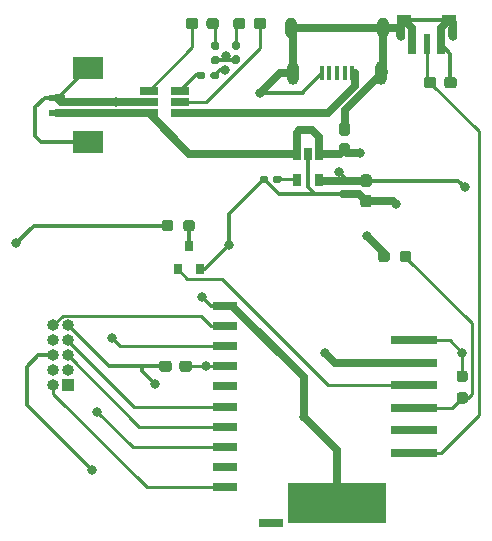
<source format=gbr>
G04 #@! TF.GenerationSoftware,KiCad,Pcbnew,(5.1.8-0-10_14)*
G04 #@! TF.CreationDate,2021-02-03T00:58:45+08:00*
G04 #@! TF.ProjectId,mops-out,6d6f7073-2d6f-4757-942e-6b696361645f,rev?*
G04 #@! TF.SameCoordinates,Original*
G04 #@! TF.FileFunction,Copper,L1,Top*
G04 #@! TF.FilePolarity,Positive*
%FSLAX46Y46*%
G04 Gerber Fmt 4.6, Leading zero omitted, Abs format (unit mm)*
G04 Created by KiCad (PCBNEW (5.1.8-0-10_14)) date 2021-02-03 00:58:45*
%MOMM*%
%LPD*%
G01*
G04 APERTURE LIST*
G04 #@! TA.AperFunction,ComponentPad*
%ADD10O,1.000000X1.800000*%
G04 #@! TD*
G04 #@! TA.AperFunction,ComponentPad*
%ADD11O,1.000000X2.000000*%
G04 #@! TD*
G04 #@! TA.AperFunction,SMDPad,CuDef*
%ADD12R,0.450000X1.300000*%
G04 #@! TD*
G04 #@! TA.AperFunction,SMDPad,CuDef*
%ADD13R,0.800000X0.900000*%
G04 #@! TD*
G04 #@! TA.AperFunction,SMDPad,CuDef*
%ADD14R,2.599995X1.899996*%
G04 #@! TD*
G04 #@! TA.AperFunction,SMDPad,CuDef*
%ADD15R,1.399997X0.599999*%
G04 #@! TD*
G04 #@! TA.AperFunction,SMDPad,CuDef*
%ADD16R,0.650000X1.060000*%
G04 #@! TD*
G04 #@! TA.AperFunction,SMDPad,CuDef*
%ADD17R,1.560000X0.650000*%
G04 #@! TD*
G04 #@! TA.AperFunction,SMDPad,CuDef*
%ADD18R,8.400034X3.499866*%
G04 #@! TD*
G04 #@! TA.AperFunction,SMDPad,CuDef*
%ADD19R,1.999996X0.800100*%
G04 #@! TD*
G04 #@! TA.AperFunction,SMDPad,CuDef*
%ADD20R,3.999992X0.800100*%
G04 #@! TD*
G04 #@! TA.AperFunction,ComponentPad*
%ADD21O,1.000000X1.000000*%
G04 #@! TD*
G04 #@! TA.AperFunction,ComponentPad*
%ADD22R,1.000000X1.000000*%
G04 #@! TD*
G04 #@! TA.AperFunction,ComponentPad*
%ADD23O,0.762000X1.524000*%
G04 #@! TD*
G04 #@! TA.AperFunction,SMDPad,CuDef*
%ADD24R,1.299997X0.899998*%
G04 #@! TD*
G04 #@! TA.AperFunction,SMDPad,CuDef*
%ADD25R,0.750011X1.799996*%
G04 #@! TD*
G04 #@! TA.AperFunction,SMDPad,CuDef*
%ADD26R,0.599948X1.799996*%
G04 #@! TD*
G04 #@! TA.AperFunction,ViaPad*
%ADD27C,0.800000*%
G04 #@! TD*
G04 #@! TA.AperFunction,Conductor*
%ADD28C,0.650000*%
G04 #@! TD*
G04 #@! TA.AperFunction,Conductor*
%ADD29C,0.350000*%
G04 #@! TD*
G04 #@! TA.AperFunction,Conductor*
%ADD30C,0.250000*%
G04 #@! TD*
G04 APERTURE END LIST*
D10*
X133525000Y-48250000D03*
X141275000Y-48250000D03*
D11*
X133675000Y-52050000D03*
X141125000Y-52050000D03*
D12*
X136100000Y-52100000D03*
X136750000Y-52100000D03*
X137400000Y-52100000D03*
X138050000Y-52100000D03*
X138700000Y-52100000D03*
G04 #@! TA.AperFunction,SMDPad,CuDef*
G36*
G01*
X124385000Y-65237500D02*
X124385000Y-64762500D01*
G75*
G02*
X124622500Y-64525000I237500J0D01*
G01*
X125122500Y-64525000D01*
G75*
G02*
X125360000Y-64762500I0J-237500D01*
G01*
X125360000Y-65237500D01*
G75*
G02*
X125122500Y-65475000I-237500J0D01*
G01*
X124622500Y-65475000D01*
G75*
G02*
X124385000Y-65237500I0J237500D01*
G01*
G37*
G04 #@! TD.AperFunction*
G04 #@! TA.AperFunction,SMDPad,CuDef*
G36*
G01*
X122560000Y-65237500D02*
X122560000Y-64762500D01*
G75*
G02*
X122797500Y-64525000I237500J0D01*
G01*
X123297500Y-64525000D01*
G75*
G02*
X123535000Y-64762500I0J-237500D01*
G01*
X123535000Y-65237500D01*
G75*
G02*
X123297500Y-65475000I-237500J0D01*
G01*
X122797500Y-65475000D01*
G75*
G02*
X122560000Y-65237500I0J237500D01*
G01*
G37*
G04 #@! TD.AperFunction*
G04 #@! TA.AperFunction,SMDPad,CuDef*
G36*
G01*
X142705000Y-67857500D02*
X142705000Y-67382500D01*
G75*
G02*
X142942500Y-67145000I237500J0D01*
G01*
X143442500Y-67145000D01*
G75*
G02*
X143680000Y-67382500I0J-237500D01*
G01*
X143680000Y-67857500D01*
G75*
G02*
X143442500Y-68095000I-237500J0D01*
G01*
X142942500Y-68095000D01*
G75*
G02*
X142705000Y-67857500I0J237500D01*
G01*
G37*
G04 #@! TD.AperFunction*
G04 #@! TA.AperFunction,SMDPad,CuDef*
G36*
G01*
X140880000Y-67857500D02*
X140880000Y-67382500D01*
G75*
G02*
X141117500Y-67145000I237500J0D01*
G01*
X141617500Y-67145000D01*
G75*
G02*
X141855000Y-67382500I0J-237500D01*
G01*
X141855000Y-67857500D01*
G75*
G02*
X141617500Y-68095000I-237500J0D01*
G01*
X141117500Y-68095000D01*
G75*
G02*
X140880000Y-67857500I0J237500D01*
G01*
G37*
G04 #@! TD.AperFunction*
G04 #@! TA.AperFunction,SMDPad,CuDef*
G36*
G01*
X147762500Y-79105000D02*
X148237500Y-79105000D01*
G75*
G02*
X148475000Y-79342500I0J-237500D01*
G01*
X148475000Y-79842500D01*
G75*
G02*
X148237500Y-80080000I-237500J0D01*
G01*
X147762500Y-80080000D01*
G75*
G02*
X147525000Y-79842500I0J237500D01*
G01*
X147525000Y-79342500D01*
G75*
G02*
X147762500Y-79105000I237500J0D01*
G01*
G37*
G04 #@! TD.AperFunction*
G04 #@! TA.AperFunction,SMDPad,CuDef*
G36*
G01*
X147762500Y-77280000D02*
X148237500Y-77280000D01*
G75*
G02*
X148475000Y-77517500I0J-237500D01*
G01*
X148475000Y-78017500D01*
G75*
G02*
X148237500Y-78255000I-237500J0D01*
G01*
X147762500Y-78255000D01*
G75*
G02*
X147525000Y-78017500I0J237500D01*
G01*
X147525000Y-77517500D01*
G75*
G02*
X147762500Y-77280000I237500J0D01*
G01*
G37*
G04 #@! TD.AperFunction*
G04 #@! TA.AperFunction,SMDPad,CuDef*
G36*
G01*
X128990000Y-50120000D02*
X128670000Y-50120000D01*
G75*
G02*
X128510000Y-49960000I0J160000D01*
G01*
X128510000Y-49565000D01*
G75*
G02*
X128670000Y-49405000I160000J0D01*
G01*
X128990000Y-49405000D01*
G75*
G02*
X129150000Y-49565000I0J-160000D01*
G01*
X129150000Y-49960000D01*
G75*
G02*
X128990000Y-50120000I-160000J0D01*
G01*
G37*
G04 #@! TD.AperFunction*
G04 #@! TA.AperFunction,SMDPad,CuDef*
G36*
G01*
X128990000Y-51315000D02*
X128670000Y-51315000D01*
G75*
G02*
X128510000Y-51155000I0J160000D01*
G01*
X128510000Y-50760000D01*
G75*
G02*
X128670000Y-50600000I160000J0D01*
G01*
X128990000Y-50600000D01*
G75*
G02*
X129150000Y-50760000I0J-160000D01*
G01*
X129150000Y-51155000D01*
G75*
G02*
X128990000Y-51315000I-160000J0D01*
G01*
G37*
G04 #@! TD.AperFunction*
G04 #@! TA.AperFunction,SMDPad,CuDef*
G36*
G01*
X126210000Y-52130000D02*
X126210000Y-52450000D01*
G75*
G02*
X126050000Y-52610000I-160000J0D01*
G01*
X125655000Y-52610000D01*
G75*
G02*
X125495000Y-52450000I0J160000D01*
G01*
X125495000Y-52130000D01*
G75*
G02*
X125655000Y-51970000I160000J0D01*
G01*
X126050000Y-51970000D01*
G75*
G02*
X126210000Y-52130000I0J-160000D01*
G01*
G37*
G04 #@! TD.AperFunction*
G04 #@! TA.AperFunction,SMDPad,CuDef*
G36*
G01*
X127405000Y-52130000D02*
X127405000Y-52450000D01*
G75*
G02*
X127245000Y-52610000I-160000J0D01*
G01*
X126850000Y-52610000D01*
G75*
G02*
X126690000Y-52450000I0J160000D01*
G01*
X126690000Y-52130000D01*
G75*
G02*
X126850000Y-51970000I160000J0D01*
G01*
X127245000Y-51970000D01*
G75*
G02*
X127405000Y-52130000I0J-160000D01*
G01*
G37*
G04 #@! TD.AperFunction*
G04 #@! TA.AperFunction,SMDPad,CuDef*
G36*
G01*
X126920000Y-50630000D02*
X127240000Y-50630000D01*
G75*
G02*
X127400000Y-50790000I0J-160000D01*
G01*
X127400000Y-51185000D01*
G75*
G02*
X127240000Y-51345000I-160000J0D01*
G01*
X126920000Y-51345000D01*
G75*
G02*
X126760000Y-51185000I0J160000D01*
G01*
X126760000Y-50790000D01*
G75*
G02*
X126920000Y-50630000I160000J0D01*
G01*
G37*
G04 #@! TD.AperFunction*
G04 #@! TA.AperFunction,SMDPad,CuDef*
G36*
G01*
X126920000Y-49435000D02*
X127240000Y-49435000D01*
G75*
G02*
X127400000Y-49595000I0J-160000D01*
G01*
X127400000Y-49990000D01*
G75*
G02*
X127240000Y-50150000I-160000J0D01*
G01*
X126920000Y-50150000D01*
G75*
G02*
X126760000Y-49990000I0J160000D01*
G01*
X126760000Y-49595000D01*
G75*
G02*
X126920000Y-49435000I160000J0D01*
G01*
G37*
G04 #@! TD.AperFunction*
D13*
X124890000Y-66710000D03*
X125840000Y-68710000D03*
X123940000Y-68710000D03*
G04 #@! TA.AperFunction,SMDPad,CuDef*
G36*
G01*
X129650000Y-47662500D02*
X129650000Y-48137500D01*
G75*
G02*
X129412500Y-48375000I-237500J0D01*
G01*
X128837500Y-48375000D01*
G75*
G02*
X128600000Y-48137500I0J237500D01*
G01*
X128600000Y-47662500D01*
G75*
G02*
X128837500Y-47425000I237500J0D01*
G01*
X129412500Y-47425000D01*
G75*
G02*
X129650000Y-47662500I0J-237500D01*
G01*
G37*
G04 #@! TD.AperFunction*
G04 #@! TA.AperFunction,SMDPad,CuDef*
G36*
G01*
X131400000Y-47662500D02*
X131400000Y-48137500D01*
G75*
G02*
X131162500Y-48375000I-237500J0D01*
G01*
X130587500Y-48375000D01*
G75*
G02*
X130350000Y-48137500I0J237500D01*
G01*
X130350000Y-47662500D01*
G75*
G02*
X130587500Y-47425000I237500J0D01*
G01*
X131162500Y-47425000D01*
G75*
G02*
X131400000Y-47662500I0J-237500D01*
G01*
G37*
G04 #@! TD.AperFunction*
G04 #@! TA.AperFunction,SMDPad,CuDef*
G36*
G01*
X126350000Y-48137500D02*
X126350000Y-47662500D01*
G75*
G02*
X126587500Y-47425000I237500J0D01*
G01*
X127162500Y-47425000D01*
G75*
G02*
X127400000Y-47662500I0J-237500D01*
G01*
X127400000Y-48137500D01*
G75*
G02*
X127162500Y-48375000I-237500J0D01*
G01*
X126587500Y-48375000D01*
G75*
G02*
X126350000Y-48137500I0J237500D01*
G01*
G37*
G04 #@! TD.AperFunction*
G04 #@! TA.AperFunction,SMDPad,CuDef*
G36*
G01*
X124600000Y-48137500D02*
X124600000Y-47662500D01*
G75*
G02*
X124837500Y-47425000I237500J0D01*
G01*
X125412500Y-47425000D01*
G75*
G02*
X125650000Y-47662500I0J-237500D01*
G01*
X125650000Y-48137500D01*
G75*
G02*
X125412500Y-48375000I-237500J0D01*
G01*
X124837500Y-48375000D01*
G75*
G02*
X124600000Y-48137500I0J237500D01*
G01*
G37*
G04 #@! TD.AperFunction*
G04 #@! TA.AperFunction,SMDPad,CuDef*
G36*
G01*
X124055000Y-77147500D02*
X124055000Y-76672500D01*
G75*
G02*
X124292500Y-76435000I237500J0D01*
G01*
X124892500Y-76435000D01*
G75*
G02*
X125130000Y-76672500I0J-237500D01*
G01*
X125130000Y-77147500D01*
G75*
G02*
X124892500Y-77385000I-237500J0D01*
G01*
X124292500Y-77385000D01*
G75*
G02*
X124055000Y-77147500I0J237500D01*
G01*
G37*
G04 #@! TD.AperFunction*
G04 #@! TA.AperFunction,SMDPad,CuDef*
G36*
G01*
X122330000Y-77147500D02*
X122330000Y-76672500D01*
G75*
G02*
X122567500Y-76435000I237500J0D01*
G01*
X123167500Y-76435000D01*
G75*
G02*
X123405000Y-76672500I0J-237500D01*
G01*
X123405000Y-77147500D01*
G75*
G02*
X123167500Y-77385000I-237500J0D01*
G01*
X122567500Y-77385000D01*
G75*
G02*
X122330000Y-77147500I0J237500D01*
G01*
G37*
G04 #@! TD.AperFunction*
G04 #@! TA.AperFunction,SMDPad,CuDef*
G36*
G01*
X146465000Y-53127500D02*
X146465000Y-52652500D01*
G75*
G02*
X146702500Y-52415000I237500J0D01*
G01*
X147302500Y-52415000D01*
G75*
G02*
X147540000Y-52652500I0J-237500D01*
G01*
X147540000Y-53127500D01*
G75*
G02*
X147302500Y-53365000I-237500J0D01*
G01*
X146702500Y-53365000D01*
G75*
G02*
X146465000Y-53127500I0J237500D01*
G01*
G37*
G04 #@! TD.AperFunction*
G04 #@! TA.AperFunction,SMDPad,CuDef*
G36*
G01*
X144740000Y-53127500D02*
X144740000Y-52652500D01*
G75*
G02*
X144977500Y-52415000I237500J0D01*
G01*
X145577500Y-52415000D01*
G75*
G02*
X145815000Y-52652500I0J-237500D01*
G01*
X145815000Y-53127500D01*
G75*
G02*
X145577500Y-53365000I-237500J0D01*
G01*
X144977500Y-53365000D01*
G75*
G02*
X144740000Y-53127500I0J237500D01*
G01*
G37*
G04 #@! TD.AperFunction*
G04 #@! TA.AperFunction,SMDPad,CuDef*
G36*
G01*
X138277500Y-57385000D02*
X137802500Y-57385000D01*
G75*
G02*
X137565000Y-57147500I0J237500D01*
G01*
X137565000Y-56547500D01*
G75*
G02*
X137802500Y-56310000I237500J0D01*
G01*
X138277500Y-56310000D01*
G75*
G02*
X138515000Y-56547500I0J-237500D01*
G01*
X138515000Y-57147500D01*
G75*
G02*
X138277500Y-57385000I-237500J0D01*
G01*
G37*
G04 #@! TD.AperFunction*
G04 #@! TA.AperFunction,SMDPad,CuDef*
G36*
G01*
X138277500Y-59110000D02*
X137802500Y-59110000D01*
G75*
G02*
X137565000Y-58872500I0J237500D01*
G01*
X137565000Y-58272500D01*
G75*
G02*
X137802500Y-58035000I237500J0D01*
G01*
X138277500Y-58035000D01*
G75*
G02*
X138515000Y-58272500I0J-237500D01*
G01*
X138515000Y-58872500D01*
G75*
G02*
X138277500Y-59110000I-237500J0D01*
G01*
G37*
G04 #@! TD.AperFunction*
G04 #@! TA.AperFunction,SMDPad,CuDef*
G36*
G01*
X131587500Y-60925000D02*
X131587500Y-61235000D01*
G75*
G02*
X131432500Y-61390000I-155000J0D01*
G01*
X131007500Y-61390000D01*
G75*
G02*
X130852500Y-61235000I0J155000D01*
G01*
X130852500Y-60925000D01*
G75*
G02*
X131007500Y-60770000I155000J0D01*
G01*
X131432500Y-60770000D01*
G75*
G02*
X131587500Y-60925000I0J-155000D01*
G01*
G37*
G04 #@! TD.AperFunction*
G04 #@! TA.AperFunction,SMDPad,CuDef*
G36*
G01*
X132722500Y-60925000D02*
X132722500Y-61235000D01*
G75*
G02*
X132567500Y-61390000I-155000J0D01*
G01*
X132142500Y-61390000D01*
G75*
G02*
X131987500Y-61235000I0J155000D01*
G01*
X131987500Y-60925000D01*
G75*
G02*
X132142500Y-60770000I155000J0D01*
G01*
X132567500Y-60770000D01*
G75*
G02*
X132722500Y-60925000I0J-155000D01*
G01*
G37*
G04 #@! TD.AperFunction*
G04 #@! TA.AperFunction,SMDPad,CuDef*
G36*
G01*
X139622500Y-62385000D02*
X140097500Y-62385000D01*
G75*
G02*
X140335000Y-62622500I0J-237500D01*
G01*
X140335000Y-63222500D01*
G75*
G02*
X140097500Y-63460000I-237500J0D01*
G01*
X139622500Y-63460000D01*
G75*
G02*
X139385000Y-63222500I0J237500D01*
G01*
X139385000Y-62622500D01*
G75*
G02*
X139622500Y-62385000I237500J0D01*
G01*
G37*
G04 #@! TD.AperFunction*
G04 #@! TA.AperFunction,SMDPad,CuDef*
G36*
G01*
X139622500Y-60660000D02*
X140097500Y-60660000D01*
G75*
G02*
X140335000Y-60897500I0J-237500D01*
G01*
X140335000Y-61497500D01*
G75*
G02*
X140097500Y-61735000I-237500J0D01*
G01*
X139622500Y-61735000D01*
G75*
G02*
X139385000Y-61497500I0J237500D01*
G01*
X139385000Y-60897500D01*
G75*
G02*
X139622500Y-60660000I237500J0D01*
G01*
G37*
G04 #@! TD.AperFunction*
G04 #@! TA.AperFunction,SMDPad,CuDef*
G36*
G01*
X137785000Y-61970000D02*
X138095000Y-61970000D01*
G75*
G02*
X138250000Y-62125000I0J-155000D01*
G01*
X138250000Y-62550000D01*
G75*
G02*
X138095000Y-62705000I-155000J0D01*
G01*
X137785000Y-62705000D01*
G75*
G02*
X137630000Y-62550000I0J155000D01*
G01*
X137630000Y-62125000D01*
G75*
G02*
X137785000Y-61970000I155000J0D01*
G01*
G37*
G04 #@! TD.AperFunction*
G04 #@! TA.AperFunction,SMDPad,CuDef*
G36*
G01*
X137785000Y-60835000D02*
X138095000Y-60835000D01*
G75*
G02*
X138250000Y-60990000I0J-155000D01*
G01*
X138250000Y-61415000D01*
G75*
G02*
X138095000Y-61570000I-155000J0D01*
G01*
X137785000Y-61570000D01*
G75*
G02*
X137630000Y-61415000I0J155000D01*
G01*
X137630000Y-60990000D01*
G75*
G02*
X137785000Y-60835000I155000J0D01*
G01*
G37*
G04 #@! TD.AperFunction*
D14*
X116318735Y-57944911D03*
X116318735Y-51694987D03*
D15*
X113701265Y-54195109D03*
X113701265Y-55445043D03*
D16*
X135880000Y-61130000D03*
X133980000Y-61130000D03*
X133980000Y-58930000D03*
X134930000Y-58930000D03*
X135880000Y-58930000D03*
D17*
X124150000Y-54520000D03*
X124150000Y-53570000D03*
X124150000Y-55470000D03*
X121450000Y-55470000D03*
X121450000Y-54520000D03*
X121450000Y-53570000D03*
D18*
X137400050Y-88465110D03*
D19*
X131800112Y-90214916D03*
D20*
X143949948Y-84215182D03*
X143949948Y-82315008D03*
X143949948Y-80415088D03*
X143949948Y-78515168D03*
X143949948Y-76614994D03*
X143949948Y-74715074D03*
D19*
X127949980Y-71775024D03*
X127949980Y-73484952D03*
X127949980Y-75195134D03*
X127949980Y-76905062D03*
X127949980Y-78614990D03*
X127949980Y-80325172D03*
X127949980Y-82035100D03*
X127949980Y-83745028D03*
X127949980Y-85454956D03*
X127949980Y-87165138D03*
D21*
X114635000Y-73460000D03*
X113365000Y-73460000D03*
X114635000Y-74730000D03*
X113365000Y-74730000D03*
X114635000Y-76000000D03*
X113365000Y-76000000D03*
X114635000Y-77270000D03*
X113365000Y-77270000D03*
X113365000Y-78540000D03*
D22*
X114635000Y-78540000D03*
D23*
X142800106Y-48600000D03*
X147199894Y-48600000D03*
D24*
X143096270Y-47559108D03*
X146903730Y-47559362D03*
D25*
X143784356Y-49640638D03*
D26*
X144985268Y-49640638D03*
D25*
X146186180Y-49640638D03*
D27*
X134570000Y-81170000D03*
X136390000Y-75760000D03*
X116640000Y-85700000D03*
X121980000Y-78380000D03*
X126000000Y-71020000D03*
X128270000Y-66660000D03*
X130850000Y-53780000D03*
X127937802Y-51867802D03*
X118660000Y-54520043D03*
X142400000Y-63210000D03*
X118310000Y-74500000D03*
X148000000Y-75770000D03*
X148200000Y-61770000D03*
X137590000Y-60460000D03*
X128010000Y-50630000D03*
X117120000Y-80770000D03*
X126350000Y-76850000D03*
X139900000Y-65860000D03*
X139340000Y-58820000D03*
X110260000Y-66500000D03*
D28*
X141225000Y-52050000D02*
X141330000Y-52050000D01*
X141330000Y-52050000D02*
X141375000Y-52005000D01*
X133775000Y-48400000D02*
X133625000Y-48250000D01*
X133525000Y-48250000D02*
X141275000Y-48250000D01*
X113701265Y-54195109D02*
X114026156Y-54520000D01*
X137400050Y-84000050D02*
X134570000Y-81170000D01*
X137400050Y-88465110D02*
X137400050Y-84000050D01*
X137244994Y-76614994D02*
X136390000Y-75760000D01*
X143949948Y-76614994D02*
X137244994Y-76614994D01*
X128549928Y-71775024D02*
X134570000Y-77795096D01*
X134570000Y-77795096D02*
X134570000Y-81170000D01*
X127949980Y-71775024D02*
X128549928Y-71775024D01*
D29*
X114635000Y-73460000D02*
X118085000Y-76910000D01*
X113365000Y-76000000D02*
X112110000Y-76000000D01*
X112110000Y-76000000D02*
X111170000Y-76940000D01*
X111170000Y-76940000D02*
X111170000Y-80230000D01*
X111170000Y-80230000D02*
X116640000Y-85700000D01*
X120930000Y-77330000D02*
X120930000Y-76910000D01*
X121980000Y-78380000D02*
X120930000Y-77330000D01*
X120930000Y-76910000D02*
X122867500Y-76910000D01*
X118085000Y-76910000D02*
X120930000Y-76910000D01*
X126755024Y-71775024D02*
X126000000Y-71020000D01*
X127949980Y-71775024D02*
X126755024Y-71775024D01*
X126220000Y-68710000D02*
X128270000Y-66660000D01*
X125840000Y-68710000D02*
X126220000Y-68710000D01*
X128270000Y-64030000D02*
X131220000Y-61080000D01*
X128270000Y-66660000D02*
X128270000Y-64030000D01*
D28*
X139275000Y-62337500D02*
X139860000Y-62922500D01*
X137940000Y-62337500D02*
X139275000Y-62337500D01*
D29*
X134930000Y-61710002D02*
X135557498Y-62337500D01*
X135557498Y-62337500D02*
X137940000Y-62337500D01*
X134930000Y-58930000D02*
X134930000Y-61710002D01*
X132477500Y-62337500D02*
X137940000Y-62337500D01*
X131220000Y-61080000D02*
X132477500Y-62337500D01*
X134520000Y-53780000D02*
X130850000Y-53780000D01*
X127469698Y-51867802D02*
X127047500Y-52290000D01*
X127937802Y-51867802D02*
X127469698Y-51867802D01*
X113818613Y-54195109D02*
X116318735Y-51694987D01*
X113701265Y-54195109D02*
X113818613Y-54195109D01*
X116318735Y-57944911D02*
X112644911Y-57944911D01*
X112626266Y-57926266D02*
X112346266Y-57926266D01*
X112644911Y-57944911D02*
X112626266Y-57926266D01*
X112346266Y-57926266D02*
X111870000Y-57450000D01*
X112651267Y-54195109D02*
X113701265Y-54195109D01*
X111870000Y-54976376D02*
X112651267Y-54195109D01*
X111870000Y-57450000D02*
X111870000Y-54976376D01*
X118659957Y-54520000D02*
X118660000Y-54520043D01*
X118650000Y-54520000D02*
X118659957Y-54520000D01*
D28*
X114026156Y-54520000D02*
X118650000Y-54520000D01*
X118650000Y-54520000D02*
X121450000Y-54520000D01*
X143784356Y-48247194D02*
X143096270Y-47559108D01*
X143784356Y-49640638D02*
X143784356Y-48247194D01*
X146186180Y-48276912D02*
X146903730Y-47559362D01*
X146186180Y-49640638D02*
X146186180Y-48276912D01*
X142800106Y-47855272D02*
X143096270Y-47559108D01*
X142800106Y-48600000D02*
X142800106Y-47855272D01*
X147199894Y-47855526D02*
X146903730Y-47559362D01*
X147199894Y-48600000D02*
X147199894Y-47855526D01*
X142112500Y-62922500D02*
X142400000Y-63210000D01*
X139860000Y-62922500D02*
X142112500Y-62922500D01*
X132580000Y-52050000D02*
X130850000Y-53780000D01*
X133775000Y-52050000D02*
X132580000Y-52050000D01*
D29*
X147002500Y-50456958D02*
X146186180Y-49640638D01*
X147002500Y-52890000D02*
X147002500Y-50456958D01*
X143096524Y-47559362D02*
X143096270Y-47559108D01*
X146903730Y-47559362D02*
X143096524Y-47559362D01*
D28*
X138040000Y-55235000D02*
X138040000Y-56847500D01*
X141225000Y-52050000D02*
X138040000Y-55235000D01*
X133675000Y-48400000D02*
X133525000Y-48250000D01*
X133675000Y-52050000D02*
X133675000Y-48400000D01*
X141275000Y-51900000D02*
X141125000Y-52050000D01*
X141275000Y-48250000D02*
X141275000Y-51900000D01*
X142450106Y-48250000D02*
X142800106Y-48600000D01*
X141275000Y-48250000D02*
X142450106Y-48250000D01*
D29*
X134520000Y-53680000D02*
X136100000Y-52100000D01*
X134520000Y-53780000D02*
X134520000Y-53680000D01*
D30*
X126699982Y-73484952D02*
X125850029Y-72634999D01*
X114190001Y-72634999D02*
X113365000Y-73460000D01*
X125850029Y-72634999D02*
X114190001Y-72634999D01*
X127949980Y-73484952D02*
X126699982Y-73484952D01*
X114635000Y-74778998D02*
X114635000Y-74730000D01*
X120181174Y-80325172D02*
X114635000Y-74778998D01*
X127949980Y-80325172D02*
X120181174Y-80325172D01*
X119005134Y-75195134D02*
X118310000Y-74500000D01*
X127949980Y-75195134D02*
X119005134Y-75195134D01*
X120670100Y-82035100D02*
X114635000Y-76000000D01*
X127949980Y-82035100D02*
X120670100Y-82035100D01*
X128800000Y-50987500D02*
X128830000Y-50957500D01*
X127080000Y-50987500D02*
X128800000Y-50987500D01*
D28*
X135952500Y-61202500D02*
X135880000Y-61130000D01*
X137940000Y-61202500D02*
X135952500Y-61202500D01*
X139855000Y-61202500D02*
X139860000Y-61197500D01*
D30*
X143949948Y-74715074D02*
X146945074Y-74715074D01*
X148000000Y-75770000D02*
X148000000Y-77767500D01*
X146945074Y-74715074D02*
X148000000Y-75770000D01*
D29*
X147627500Y-61197500D02*
X148200000Y-61770000D01*
X139860000Y-61197500D02*
X147627500Y-61197500D01*
X138332500Y-61202500D02*
X137590000Y-60460000D01*
D28*
X137940000Y-61202500D02*
X138357500Y-61202500D01*
D29*
X138357500Y-61202500D02*
X138332500Y-61202500D01*
D28*
X138357500Y-61202500D02*
X139855000Y-61202500D01*
D29*
X128337500Y-50957500D02*
X128010000Y-50630000D01*
X128830000Y-50957500D02*
X128337500Y-50957500D01*
X127652500Y-50987500D02*
X128010000Y-50630000D01*
X127080000Y-50987500D02*
X127652500Y-50987500D01*
D30*
X120095028Y-83745028D02*
X117120000Y-80770000D01*
X127949980Y-83745028D02*
X120095028Y-83745028D01*
X113365000Y-79247106D02*
X113365000Y-78540000D01*
X121283032Y-87165138D02*
X113365000Y-79247106D01*
X127949980Y-87165138D02*
X121283032Y-87165138D01*
X144985268Y-52597768D02*
X145277500Y-52890000D01*
X144985268Y-49640638D02*
X144985268Y-52597768D01*
X146199944Y-84215182D02*
X149390000Y-81025126D01*
X143949948Y-84215182D02*
X146199944Y-84215182D01*
X149390000Y-57002500D02*
X145277500Y-52890000D01*
X149390000Y-81025126D02*
X149390000Y-57002500D01*
X147177412Y-80415088D02*
X148000000Y-79592500D01*
X143949948Y-80415088D02*
X147177412Y-80415088D01*
X148800010Y-73227510D02*
X143192500Y-67620000D01*
X148800010Y-79267490D02*
X148800010Y-73227510D01*
X148475000Y-79592500D02*
X148800010Y-79267490D01*
X148000000Y-79592500D02*
X148475000Y-79592500D01*
X124715001Y-69485001D02*
X123940000Y-68710000D01*
X127645007Y-69485001D02*
X124715001Y-69485001D01*
X136675174Y-78515168D02*
X127645007Y-69485001D01*
X143949948Y-78515168D02*
X136675174Y-78515168D01*
X126405062Y-76905062D02*
X126350000Y-76850000D01*
X127949980Y-76905062D02*
X126405062Y-76905062D01*
X127945042Y-76910000D02*
X127949980Y-76905062D01*
X124592500Y-76910000D02*
X127945042Y-76910000D01*
D28*
X138900001Y-53170001D02*
X138900001Y-52100000D01*
X136600002Y-55470000D02*
X138900001Y-53170001D01*
X124150000Y-55470000D02*
X136600002Y-55470000D01*
X121425043Y-55445043D02*
X121450000Y-55470000D01*
X113701265Y-55445043D02*
X121425043Y-55445043D01*
X124910000Y-58930000D02*
X133980000Y-58930000D01*
X121450000Y-55470000D02*
X124910000Y-58930000D01*
X137682500Y-58930000D02*
X138040000Y-58572500D01*
X135880000Y-58930000D02*
X137682500Y-58930000D01*
X135880000Y-58930000D02*
X135880000Y-57500000D01*
X135880000Y-57500000D02*
X135310000Y-56930000D01*
X135310000Y-56930000D02*
X134210000Y-56930000D01*
X133980000Y-57160000D02*
X133980000Y-58930000D01*
X134210000Y-56930000D02*
X133980000Y-57160000D01*
X141367500Y-67327500D02*
X139900000Y-65860000D01*
X141367500Y-67620000D02*
X141367500Y-67327500D01*
X138287500Y-58820000D02*
X138040000Y-58572500D01*
X139340000Y-58820000D02*
X138287500Y-58820000D01*
D30*
X133930000Y-61080000D02*
X133980000Y-61130000D01*
X132355000Y-61080000D02*
X133930000Y-61080000D01*
X127080000Y-48105000D02*
X126875000Y-47900000D01*
X127080000Y-49792500D02*
X127080000Y-48105000D01*
X125125000Y-49895000D02*
X121450000Y-53570000D01*
X125125000Y-47900000D02*
X125125000Y-49895000D01*
X128830000Y-48195000D02*
X129125000Y-47900000D01*
X128830000Y-49762500D02*
X128830000Y-48195000D01*
X130875000Y-49955910D02*
X130875000Y-47900000D01*
X126310910Y-54520000D02*
X130875000Y-49955910D01*
X124150000Y-54520000D02*
X126310910Y-54520000D01*
D29*
X111760000Y-65000000D02*
X110260000Y-66500000D01*
X123047500Y-65000000D02*
X111760000Y-65000000D01*
X124890000Y-66710000D02*
X124920000Y-66710000D01*
X124872500Y-66662500D02*
X124872500Y-65000000D01*
X124920000Y-66710000D02*
X124872500Y-66662500D01*
X125430000Y-52290000D02*
X124150000Y-53570000D01*
X125852500Y-52290000D02*
X125430000Y-52290000D01*
M02*

</source>
